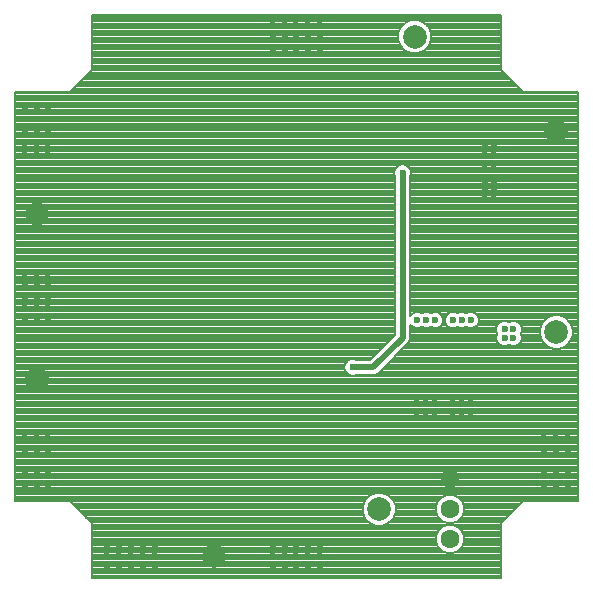
<source format=gbl>
G75*
G70*
%OFA0B0*%
%FSLAX24Y24*%
%IPPOS*%
%LPD*%
%AMOC8*
5,1,8,0,0,1.08239X$1,22.5*
%
%ADD10C,0.0787*%
%ADD11C,0.0630*%
%ADD12C,0.0236*%
%ADD13C,0.0079*%
%ADD14C,0.0197*%
D10*
X007087Y001181D03*
X012598Y002756D03*
X018504Y008661D03*
X018504Y015354D03*
X013780Y018504D03*
X001181Y012598D03*
X001181Y007087D03*
D11*
X014961Y003756D03*
X014961Y002756D03*
X014961Y001756D03*
D12*
X018110Y003543D03*
X018504Y003543D03*
X018504Y003937D03*
X018110Y003937D03*
X018110Y004331D03*
X018110Y004724D03*
X018504Y004724D03*
X018504Y004331D03*
X018898Y004331D03*
X018898Y004724D03*
X018898Y005118D03*
X018504Y005118D03*
X018110Y005118D03*
X018898Y003937D03*
X018898Y003543D03*
X015650Y006004D03*
X015650Y006299D03*
X015354Y006299D03*
X015059Y006299D03*
X015059Y006004D03*
X015354Y006004D03*
X014469Y006004D03*
X014469Y006299D03*
X014173Y006299D03*
X013878Y006299D03*
X013878Y006004D03*
X014173Y006004D03*
X011713Y007480D03*
X013878Y009055D03*
X014173Y009055D03*
X014469Y009055D03*
X015059Y009055D03*
X015354Y009055D03*
X015650Y009055D03*
X016781Y008760D03*
X016781Y008465D03*
X017077Y008465D03*
X017077Y008760D03*
X016437Y013091D03*
X016437Y013386D03*
X016437Y013681D03*
X016142Y013681D03*
X016142Y013386D03*
X016142Y013091D03*
X016142Y014272D03*
X016142Y014567D03*
X016437Y014567D03*
X016437Y014272D03*
X016437Y014862D03*
X016142Y014862D03*
X013386Y013976D03*
X010630Y018110D03*
X010236Y018110D03*
X009843Y018110D03*
X009843Y018504D03*
X010236Y018504D03*
X010630Y018504D03*
X010630Y018898D03*
X010236Y018898D03*
X009843Y018898D03*
X009449Y018898D03*
X009055Y018898D03*
X009055Y018504D03*
X009055Y018110D03*
X009449Y018110D03*
X009449Y018504D03*
X001575Y016142D03*
X001181Y016142D03*
X000787Y016142D03*
X000787Y015748D03*
X001181Y015748D03*
X001575Y015748D03*
X001575Y015354D03*
X001575Y014961D03*
X001181Y014961D03*
X001181Y015354D03*
X000787Y015354D03*
X000787Y014961D03*
X000787Y014567D03*
X001181Y014567D03*
X001575Y014567D03*
X001575Y010630D03*
X001181Y010630D03*
X000787Y010630D03*
X000787Y010236D03*
X000787Y009843D03*
X001181Y009843D03*
X001181Y010236D03*
X001575Y010236D03*
X001575Y009843D03*
X001575Y009449D03*
X001181Y009449D03*
X000787Y009449D03*
X000787Y009055D03*
X001181Y009055D03*
X001575Y009055D03*
X001575Y005118D03*
X001181Y005118D03*
X000787Y005118D03*
X000787Y004724D03*
X000787Y004331D03*
X001181Y004331D03*
X001181Y004724D03*
X001575Y004724D03*
X001575Y004331D03*
X001575Y003937D03*
X001575Y003543D03*
X001181Y003543D03*
X000787Y003543D03*
X000787Y003937D03*
X001181Y003937D03*
X003543Y001575D03*
X003543Y001181D03*
X003543Y000787D03*
X003937Y000787D03*
X004331Y000787D03*
X004724Y000787D03*
X005118Y000787D03*
X005118Y001181D03*
X004724Y001181D03*
X004724Y001575D03*
X005118Y001575D03*
X004331Y001575D03*
X004331Y001181D03*
X003937Y001181D03*
X003937Y001575D03*
X009055Y001575D03*
X009449Y001575D03*
X009449Y001181D03*
X009055Y001181D03*
X009055Y000787D03*
X009449Y000787D03*
X009843Y000787D03*
X010236Y000787D03*
X010630Y000787D03*
X010630Y001181D03*
X010236Y001181D03*
X009843Y001181D03*
X009843Y001575D03*
X010236Y001575D03*
X010630Y001575D03*
D13*
X012055Y002628D02*
X002690Y002628D01*
X002613Y002705D02*
X012047Y002705D01*
X012047Y002646D02*
X012047Y002866D01*
X012131Y003068D01*
X012286Y003223D01*
X012489Y003307D01*
X012708Y003307D01*
X012911Y003223D01*
X013066Y003068D01*
X013150Y002866D01*
X013150Y002646D01*
X013066Y002444D01*
X012911Y002289D01*
X012708Y002205D01*
X012489Y002205D01*
X012286Y002289D01*
X012131Y002444D01*
X012047Y002646D01*
X012087Y002550D02*
X002767Y002550D01*
X002845Y002473D02*
X012119Y002473D01*
X012179Y002396D02*
X002922Y002396D01*
X002999Y002319D02*
X012256Y002319D01*
X012401Y002241D02*
X003031Y002241D01*
X003031Y002286D02*
X002402Y002916D01*
X002286Y003031D01*
X000472Y003031D01*
X000472Y016654D01*
X002286Y016654D01*
X002402Y016769D01*
X003031Y017399D01*
X003031Y017562D01*
X003031Y019213D01*
X016654Y019213D01*
X016654Y017562D01*
X016654Y017399D01*
X017283Y016769D01*
X017399Y016654D01*
X019213Y016654D01*
X019213Y003031D01*
X017399Y003031D01*
X017283Y002916D01*
X016654Y002286D01*
X016654Y002123D01*
X016654Y000472D01*
X003031Y000472D01*
X003031Y002123D01*
X003031Y002286D01*
X003031Y002164D02*
X014711Y002164D01*
X014693Y002156D02*
X014560Y002024D01*
X014488Y001850D01*
X014488Y001662D01*
X014560Y001488D01*
X014693Y001355D01*
X014867Y001283D01*
X015055Y001283D01*
X015228Y001355D01*
X015361Y001488D01*
X015433Y001662D01*
X015433Y001850D01*
X015361Y002024D01*
X015228Y002156D01*
X015055Y002228D01*
X014867Y002228D01*
X014693Y002156D01*
X014623Y002087D02*
X003031Y002087D01*
X003031Y002009D02*
X014554Y002009D01*
X014522Y001932D02*
X003031Y001932D01*
X003031Y001855D02*
X014490Y001855D01*
X014488Y001778D02*
X003031Y001778D01*
X003031Y001700D02*
X014488Y001700D01*
X014504Y001623D02*
X003031Y001623D01*
X003031Y001546D02*
X014536Y001546D01*
X014580Y001468D02*
X003031Y001468D01*
X003031Y001391D02*
X014657Y001391D01*
X014793Y001314D02*
X003031Y001314D01*
X003031Y001237D02*
X016654Y001237D01*
X016654Y001314D02*
X015128Y001314D01*
X015264Y001391D02*
X016654Y001391D01*
X016654Y001468D02*
X015341Y001468D01*
X015385Y001546D02*
X016654Y001546D01*
X016654Y001623D02*
X015417Y001623D01*
X015433Y001700D02*
X016654Y001700D01*
X016654Y001778D02*
X015433Y001778D01*
X015431Y001855D02*
X016654Y001855D01*
X016654Y001932D02*
X015399Y001932D01*
X015367Y002009D02*
X016654Y002009D01*
X016654Y002087D02*
X015298Y002087D01*
X015210Y002164D02*
X016654Y002164D01*
X016654Y002241D02*
X012796Y002241D01*
X012941Y002319D02*
X014782Y002319D01*
X014867Y002283D02*
X015055Y002283D01*
X015228Y002355D01*
X015361Y002488D01*
X015433Y002662D01*
X015433Y002850D01*
X015361Y003024D01*
X015228Y003156D01*
X015055Y003228D01*
X014867Y003228D01*
X014693Y003156D01*
X014560Y003024D01*
X014488Y002850D01*
X014488Y002662D01*
X014560Y002488D01*
X014693Y002355D01*
X014867Y002283D01*
X014653Y002396D02*
X013018Y002396D01*
X013078Y002473D02*
X014575Y002473D01*
X014534Y002550D02*
X013110Y002550D01*
X013142Y002628D02*
X014502Y002628D01*
X014488Y002705D02*
X013150Y002705D01*
X013150Y002782D02*
X014488Y002782D01*
X014492Y002859D02*
X013150Y002859D01*
X013120Y002937D02*
X014524Y002937D01*
X014556Y003014D02*
X013088Y003014D01*
X013042Y003091D02*
X014628Y003091D01*
X014723Y003169D02*
X012965Y003169D01*
X012856Y003246D02*
X019213Y003246D01*
X019213Y003323D02*
X000472Y003323D01*
X000472Y003246D02*
X012341Y003246D01*
X012232Y003169D02*
X000472Y003169D01*
X000472Y003091D02*
X012154Y003091D01*
X012109Y003014D02*
X002304Y003014D01*
X002381Y002937D02*
X012077Y002937D01*
X012047Y002859D02*
X002458Y002859D01*
X002536Y002782D02*
X012047Y002782D01*
X015139Y002319D02*
X016686Y002319D01*
X016763Y002396D02*
X015269Y002396D01*
X015346Y002473D02*
X016840Y002473D01*
X016918Y002550D02*
X015387Y002550D01*
X015419Y002628D02*
X016995Y002628D01*
X017072Y002705D02*
X015433Y002705D01*
X015433Y002782D02*
X017149Y002782D01*
X017227Y002859D02*
X015429Y002859D01*
X015397Y002937D02*
X017304Y002937D01*
X017381Y003014D02*
X015365Y003014D01*
X015293Y003091D02*
X019213Y003091D01*
X019213Y003169D02*
X015199Y003169D01*
X016654Y001159D02*
X003031Y001159D01*
X003031Y001082D02*
X016654Y001082D01*
X016654Y001005D02*
X003031Y001005D01*
X003031Y000927D02*
X016654Y000927D01*
X016654Y000850D02*
X003031Y000850D01*
X003031Y000773D02*
X016654Y000773D01*
X016654Y000696D02*
X003031Y000696D01*
X003031Y000618D02*
X016654Y000618D01*
X016654Y000541D02*
X003031Y000541D01*
X000472Y003400D02*
X019213Y003400D01*
X019213Y003478D02*
X000472Y003478D01*
X000472Y003555D02*
X019213Y003555D01*
X019213Y003632D02*
X000472Y003632D01*
X000472Y003710D02*
X019213Y003710D01*
X019213Y003787D02*
X000472Y003787D01*
X000472Y003864D02*
X019213Y003864D01*
X019213Y003941D02*
X000472Y003941D01*
X000472Y004019D02*
X019213Y004019D01*
X019213Y004096D02*
X000472Y004096D01*
X000472Y004173D02*
X019213Y004173D01*
X019213Y004251D02*
X000472Y004251D01*
X000472Y004328D02*
X019213Y004328D01*
X019213Y004405D02*
X000472Y004405D01*
X000472Y004482D02*
X019213Y004482D01*
X019213Y004560D02*
X000472Y004560D01*
X000472Y004637D02*
X019213Y004637D01*
X019213Y004714D02*
X000472Y004714D01*
X000472Y004792D02*
X019213Y004792D01*
X019213Y004869D02*
X000472Y004869D01*
X000472Y004946D02*
X019213Y004946D01*
X019213Y005023D02*
X000472Y005023D01*
X000472Y005101D02*
X019213Y005101D01*
X019213Y005178D02*
X000472Y005178D01*
X000472Y005255D02*
X019213Y005255D01*
X019213Y005333D02*
X000472Y005333D01*
X000472Y005410D02*
X019213Y005410D01*
X019213Y005487D02*
X000472Y005487D01*
X000472Y005564D02*
X019213Y005564D01*
X019213Y005642D02*
X000472Y005642D01*
X000472Y005719D02*
X019213Y005719D01*
X019213Y005796D02*
X000472Y005796D01*
X000472Y005874D02*
X019213Y005874D01*
X019213Y005951D02*
X000472Y005951D01*
X000472Y006028D02*
X019213Y006028D01*
X019213Y006105D02*
X000472Y006105D01*
X000472Y006183D02*
X019213Y006183D01*
X019213Y006260D02*
X000472Y006260D01*
X000472Y006337D02*
X019213Y006337D01*
X019213Y006415D02*
X000472Y006415D01*
X000472Y006492D02*
X019213Y006492D01*
X019213Y006569D02*
X000472Y006569D01*
X000472Y006646D02*
X019213Y006646D01*
X019213Y006724D02*
X000472Y006724D01*
X000472Y006801D02*
X019213Y006801D01*
X019213Y006878D02*
X000472Y006878D01*
X000472Y006956D02*
X019213Y006956D01*
X019213Y007033D02*
X000472Y007033D01*
X000472Y007110D02*
X019213Y007110D01*
X019213Y007187D02*
X000472Y007187D01*
X000472Y007265D02*
X011539Y007265D01*
X011556Y007247D02*
X011658Y007205D01*
X011767Y007205D01*
X011815Y007224D01*
X012351Y007224D01*
X012452Y007224D01*
X012546Y007263D01*
X013531Y008248D01*
X013603Y008320D01*
X013642Y008414D01*
X013642Y008905D01*
X013644Y008899D01*
X013722Y008821D01*
X013823Y008780D01*
X013933Y008780D01*
X014026Y008818D01*
X014118Y008780D01*
X014228Y008780D01*
X014321Y008818D01*
X014414Y008780D01*
X014523Y008780D01*
X014625Y008821D01*
X014702Y008899D01*
X014744Y009000D01*
X014744Y009110D01*
X014702Y009211D01*
X014625Y009289D01*
X014523Y009331D01*
X014414Y009331D01*
X014321Y009292D01*
X014228Y009331D01*
X014118Y009331D01*
X014026Y009292D01*
X013933Y009331D01*
X013823Y009331D01*
X013722Y009289D01*
X013644Y009211D01*
X013642Y009205D01*
X013642Y013874D01*
X013661Y013922D01*
X013661Y014031D01*
X013619Y014132D01*
X013542Y014210D01*
X013441Y014252D01*
X013331Y014252D01*
X013230Y014210D01*
X013152Y014132D01*
X013110Y014031D01*
X013110Y013922D01*
X013130Y013874D01*
X013130Y008571D01*
X012296Y007736D01*
X011815Y007736D01*
X011767Y007756D01*
X011658Y007756D01*
X011556Y007714D01*
X011479Y007636D01*
X011437Y007535D01*
X011437Y007425D01*
X011479Y007324D01*
X011556Y007247D01*
X011472Y007342D02*
X000472Y007342D01*
X000472Y007419D02*
X011440Y007419D01*
X011437Y007496D02*
X000472Y007496D01*
X000472Y007574D02*
X011453Y007574D01*
X011494Y007651D02*
X000472Y007651D01*
X000472Y007728D02*
X011591Y007728D01*
X012365Y007806D02*
X000472Y007806D01*
X000472Y007883D02*
X012442Y007883D01*
X012520Y007960D02*
X000472Y007960D01*
X000472Y008037D02*
X012597Y008037D01*
X012674Y008115D02*
X000472Y008115D01*
X000472Y008192D02*
X012751Y008192D01*
X012829Y008269D02*
X000472Y008269D01*
X000472Y008347D02*
X012906Y008347D01*
X012983Y008424D02*
X000472Y008424D01*
X000472Y008501D02*
X013061Y008501D01*
X013130Y008578D02*
X000472Y008578D01*
X000472Y008656D02*
X013130Y008656D01*
X013130Y008733D02*
X000472Y008733D01*
X000472Y008810D02*
X013130Y008810D01*
X013130Y008888D02*
X000472Y008888D01*
X000472Y008965D02*
X013130Y008965D01*
X013130Y009042D02*
X000472Y009042D01*
X000472Y009119D02*
X013130Y009119D01*
X013130Y009197D02*
X000472Y009197D01*
X000472Y009274D02*
X013130Y009274D01*
X013130Y009351D02*
X000472Y009351D01*
X000472Y009429D02*
X013130Y009429D01*
X013130Y009506D02*
X000472Y009506D01*
X000472Y009583D02*
X013130Y009583D01*
X013130Y009660D02*
X000472Y009660D01*
X000472Y009738D02*
X013130Y009738D01*
X013130Y009815D02*
X000472Y009815D01*
X000472Y009892D02*
X013130Y009892D01*
X013130Y009970D02*
X000472Y009970D01*
X000472Y010047D02*
X013130Y010047D01*
X013130Y010124D02*
X000472Y010124D01*
X000472Y010201D02*
X013130Y010201D01*
X013130Y010279D02*
X000472Y010279D01*
X000472Y010356D02*
X013130Y010356D01*
X013130Y010433D02*
X000472Y010433D01*
X000472Y010511D02*
X013130Y010511D01*
X013130Y010588D02*
X000472Y010588D01*
X000472Y010665D02*
X013130Y010665D01*
X013130Y010742D02*
X000472Y010742D01*
X000472Y010820D02*
X013130Y010820D01*
X013130Y010897D02*
X000472Y010897D01*
X000472Y010974D02*
X013130Y010974D01*
X013130Y011052D02*
X000472Y011052D01*
X000472Y011129D02*
X013130Y011129D01*
X013130Y011206D02*
X000472Y011206D01*
X000472Y011283D02*
X013130Y011283D01*
X013130Y011361D02*
X000472Y011361D01*
X000472Y011438D02*
X013130Y011438D01*
X013130Y011515D02*
X000472Y011515D01*
X000472Y011593D02*
X013130Y011593D01*
X013130Y011670D02*
X000472Y011670D01*
X000472Y011747D02*
X013130Y011747D01*
X013130Y011824D02*
X000472Y011824D01*
X000472Y011902D02*
X013130Y011902D01*
X013130Y011979D02*
X000472Y011979D01*
X000472Y012056D02*
X013130Y012056D01*
X013130Y012134D02*
X000472Y012134D01*
X000472Y012211D02*
X013130Y012211D01*
X013130Y012288D02*
X000472Y012288D01*
X000472Y012365D02*
X013130Y012365D01*
X013130Y012443D02*
X000472Y012443D01*
X000472Y012520D02*
X013130Y012520D01*
X013130Y012597D02*
X000472Y012597D01*
X000472Y012674D02*
X013130Y012674D01*
X013130Y012752D02*
X000472Y012752D01*
X000472Y012829D02*
X013130Y012829D01*
X013130Y012906D02*
X000472Y012906D01*
X000472Y012984D02*
X013130Y012984D01*
X013130Y013061D02*
X000472Y013061D01*
X000472Y013138D02*
X013130Y013138D01*
X013130Y013215D02*
X000472Y013215D01*
X000472Y013293D02*
X013130Y013293D01*
X013130Y013370D02*
X000472Y013370D01*
X000472Y013447D02*
X013130Y013447D01*
X013130Y013525D02*
X000472Y013525D01*
X000472Y013602D02*
X013130Y013602D01*
X013130Y013679D02*
X000472Y013679D01*
X000472Y013756D02*
X013130Y013756D01*
X013130Y013834D02*
X000472Y013834D01*
X000472Y013911D02*
X013115Y013911D01*
X013110Y013988D02*
X000472Y013988D01*
X000472Y014066D02*
X013125Y014066D01*
X013163Y014143D02*
X000472Y014143D01*
X000472Y014220D02*
X013254Y014220D01*
X013517Y014220D02*
X019213Y014220D01*
X019213Y014143D02*
X013609Y014143D01*
X013647Y014066D02*
X019213Y014066D01*
X019213Y013988D02*
X013661Y013988D01*
X013657Y013911D02*
X019213Y013911D01*
X019213Y013834D02*
X013642Y013834D01*
X013642Y013756D02*
X019213Y013756D01*
X019213Y013679D02*
X013642Y013679D01*
X013642Y013602D02*
X019213Y013602D01*
X019213Y013525D02*
X013642Y013525D01*
X013642Y013447D02*
X019213Y013447D01*
X019213Y013370D02*
X013642Y013370D01*
X013642Y013293D02*
X019213Y013293D01*
X019213Y013215D02*
X013642Y013215D01*
X013642Y013138D02*
X019213Y013138D01*
X019213Y013061D02*
X013642Y013061D01*
X013642Y012984D02*
X019213Y012984D01*
X019213Y012906D02*
X013642Y012906D01*
X013642Y012829D02*
X019213Y012829D01*
X019213Y012752D02*
X013642Y012752D01*
X013642Y012674D02*
X019213Y012674D01*
X019213Y012597D02*
X013642Y012597D01*
X013642Y012520D02*
X019213Y012520D01*
X019213Y012443D02*
X013642Y012443D01*
X013642Y012365D02*
X019213Y012365D01*
X019213Y012288D02*
X013642Y012288D01*
X013642Y012211D02*
X019213Y012211D01*
X019213Y012134D02*
X013642Y012134D01*
X013642Y012056D02*
X019213Y012056D01*
X019213Y011979D02*
X013642Y011979D01*
X013642Y011902D02*
X019213Y011902D01*
X019213Y011824D02*
X013642Y011824D01*
X013642Y011747D02*
X019213Y011747D01*
X019213Y011670D02*
X013642Y011670D01*
X013642Y011593D02*
X019213Y011593D01*
X019213Y011515D02*
X013642Y011515D01*
X013642Y011438D02*
X019213Y011438D01*
X019213Y011361D02*
X013642Y011361D01*
X013642Y011283D02*
X019213Y011283D01*
X019213Y011206D02*
X013642Y011206D01*
X013642Y011129D02*
X019213Y011129D01*
X019213Y011052D02*
X013642Y011052D01*
X013642Y010974D02*
X019213Y010974D01*
X019213Y010897D02*
X013642Y010897D01*
X013642Y010820D02*
X019213Y010820D01*
X019213Y010742D02*
X013642Y010742D01*
X013642Y010665D02*
X019213Y010665D01*
X019213Y010588D02*
X013642Y010588D01*
X013642Y010511D02*
X019213Y010511D01*
X019213Y010433D02*
X013642Y010433D01*
X013642Y010356D02*
X019213Y010356D01*
X019213Y010279D02*
X013642Y010279D01*
X013642Y010201D02*
X019213Y010201D01*
X019213Y010124D02*
X013642Y010124D01*
X013642Y010047D02*
X019213Y010047D01*
X019213Y009970D02*
X013642Y009970D01*
X013642Y009892D02*
X019213Y009892D01*
X019213Y009815D02*
X013642Y009815D01*
X013642Y009738D02*
X019213Y009738D01*
X019213Y009660D02*
X013642Y009660D01*
X013642Y009583D02*
X019213Y009583D01*
X019213Y009506D02*
X013642Y009506D01*
X013642Y009429D02*
X019213Y009429D01*
X019213Y009351D02*
X013642Y009351D01*
X013642Y009274D02*
X013707Y009274D01*
X013656Y008888D02*
X013642Y008888D01*
X013642Y008810D02*
X013749Y008810D01*
X013642Y008733D02*
X016506Y008733D01*
X016506Y008705D02*
X016544Y008612D01*
X016506Y008519D01*
X016506Y008410D01*
X016548Y008308D01*
X016625Y008231D01*
X016727Y008189D01*
X016836Y008189D01*
X016929Y008227D01*
X017022Y008189D01*
X017132Y008189D01*
X017233Y008231D01*
X017310Y008308D01*
X017352Y008410D01*
X017352Y008519D01*
X017314Y008612D01*
X017352Y008705D01*
X017352Y008815D01*
X017310Y008916D01*
X017233Y008993D01*
X017132Y009035D01*
X017022Y009035D01*
X016929Y008997D01*
X016836Y009035D01*
X016727Y009035D01*
X016625Y008993D01*
X016548Y008916D01*
X016506Y008815D01*
X016506Y008705D01*
X016526Y008656D02*
X013642Y008656D01*
X013642Y008578D02*
X016530Y008578D01*
X016506Y008501D02*
X013642Y008501D01*
X013642Y008424D02*
X016506Y008424D01*
X016532Y008347D02*
X013614Y008347D01*
X013552Y008269D02*
X016587Y008269D01*
X016719Y008192D02*
X013475Y008192D01*
X013398Y008115D02*
X018383Y008115D01*
X018394Y008110D02*
X018614Y008110D01*
X018816Y008194D01*
X018971Y008349D01*
X019055Y008552D01*
X019055Y008771D01*
X018971Y008974D01*
X018816Y009129D01*
X018614Y009213D01*
X018394Y009213D01*
X018192Y009129D01*
X018037Y008974D01*
X017953Y008771D01*
X017953Y008552D01*
X018037Y008349D01*
X018192Y008194D01*
X018394Y008110D01*
X018197Y008192D02*
X017139Y008192D01*
X017014Y008192D02*
X016844Y008192D01*
X017271Y008269D02*
X018116Y008269D01*
X018039Y008347D02*
X017326Y008347D01*
X017352Y008424D02*
X018006Y008424D01*
X017974Y008501D02*
X017352Y008501D01*
X017328Y008578D02*
X017953Y008578D01*
X017953Y008656D02*
X017332Y008656D01*
X017352Y008733D02*
X017953Y008733D01*
X017969Y008810D02*
X017352Y008810D01*
X017322Y008888D02*
X018001Y008888D01*
X018033Y008965D02*
X017261Y008965D01*
X016597Y008965D02*
X015910Y008965D01*
X015925Y009000D02*
X015925Y009110D01*
X015883Y009211D01*
X015806Y009289D01*
X015704Y009331D01*
X015595Y009331D01*
X015502Y009292D01*
X015409Y009331D01*
X015299Y009331D01*
X015207Y009292D01*
X015114Y009331D01*
X015004Y009331D01*
X014903Y009289D01*
X014825Y009211D01*
X014783Y009110D01*
X014783Y009000D01*
X014825Y008899D01*
X014903Y008821D01*
X015004Y008780D01*
X015114Y008780D01*
X015207Y008818D01*
X015299Y008780D01*
X015409Y008780D01*
X015502Y008818D01*
X015595Y008780D01*
X015704Y008780D01*
X015806Y008821D01*
X015883Y008899D01*
X015925Y009000D01*
X015925Y009042D02*
X018105Y009042D01*
X018182Y009119D02*
X015921Y009119D01*
X015889Y009197D02*
X018356Y009197D01*
X018652Y009197D02*
X019213Y009197D01*
X019213Y009274D02*
X015820Y009274D01*
X015872Y008888D02*
X016536Y008888D01*
X016506Y008810D02*
X015779Y008810D01*
X015520Y008810D02*
X015483Y008810D01*
X015225Y008810D02*
X015188Y008810D01*
X014930Y008810D02*
X014598Y008810D01*
X014691Y008888D02*
X014837Y008888D01*
X014798Y008965D02*
X014729Y008965D01*
X014744Y009042D02*
X014783Y009042D01*
X014787Y009119D02*
X014740Y009119D01*
X014708Y009197D02*
X014819Y009197D01*
X014888Y009274D02*
X014639Y009274D01*
X014339Y008810D02*
X014302Y008810D01*
X014044Y008810D02*
X014007Y008810D01*
X013321Y008037D02*
X019213Y008037D01*
X019213Y007960D02*
X013243Y007960D01*
X013166Y007883D02*
X019213Y007883D01*
X019213Y007806D02*
X013089Y007806D01*
X013011Y007728D02*
X019213Y007728D01*
X019213Y007651D02*
X012934Y007651D01*
X012857Y007574D02*
X019213Y007574D01*
X019213Y007496D02*
X012780Y007496D01*
X012702Y007419D02*
X019213Y007419D01*
X019213Y007342D02*
X012625Y007342D01*
X012548Y007265D02*
X019213Y007265D01*
X019213Y008115D02*
X018624Y008115D01*
X018811Y008192D02*
X019213Y008192D01*
X019213Y008269D02*
X018891Y008269D01*
X018969Y008347D02*
X019213Y008347D01*
X019213Y008424D02*
X019002Y008424D01*
X019034Y008501D02*
X019213Y008501D01*
X019213Y008578D02*
X019055Y008578D01*
X019055Y008656D02*
X019213Y008656D01*
X019213Y008733D02*
X019055Y008733D01*
X019039Y008810D02*
X019213Y008810D01*
X019213Y008888D02*
X019007Y008888D01*
X018975Y008965D02*
X019213Y008965D01*
X019213Y009042D02*
X018903Y009042D01*
X018825Y009119D02*
X019213Y009119D01*
X019213Y014297D02*
X000472Y014297D01*
X000472Y014375D02*
X019213Y014375D01*
X019213Y014452D02*
X000472Y014452D01*
X000472Y014529D02*
X019213Y014529D01*
X019213Y014607D02*
X000472Y014607D01*
X000472Y014684D02*
X019213Y014684D01*
X019213Y014761D02*
X000472Y014761D01*
X000472Y014838D02*
X019213Y014838D01*
X019213Y014916D02*
X000472Y014916D01*
X000472Y014993D02*
X019213Y014993D01*
X019213Y015070D02*
X000472Y015070D01*
X000472Y015148D02*
X019213Y015148D01*
X019213Y015225D02*
X000472Y015225D01*
X000472Y015302D02*
X019213Y015302D01*
X019213Y015379D02*
X000472Y015379D01*
X000472Y015457D02*
X019213Y015457D01*
X019213Y015534D02*
X000472Y015534D01*
X000472Y015611D02*
X019213Y015611D01*
X019213Y015689D02*
X000472Y015689D01*
X000472Y015766D02*
X019213Y015766D01*
X019213Y015843D02*
X000472Y015843D01*
X000472Y015920D02*
X019213Y015920D01*
X019213Y015998D02*
X000472Y015998D01*
X000472Y016075D02*
X019213Y016075D01*
X019213Y016152D02*
X000472Y016152D01*
X000472Y016230D02*
X019213Y016230D01*
X019213Y016307D02*
X000472Y016307D01*
X000472Y016384D02*
X019213Y016384D01*
X019213Y016461D02*
X000472Y016461D01*
X000472Y016539D02*
X019213Y016539D01*
X019213Y016616D02*
X000472Y016616D01*
X002326Y016693D02*
X017359Y016693D01*
X017282Y016771D02*
X002403Y016771D01*
X002481Y016848D02*
X017204Y016848D01*
X017127Y016925D02*
X002558Y016925D01*
X002635Y017002D02*
X017050Y017002D01*
X016973Y017080D02*
X002712Y017080D01*
X002790Y017157D02*
X016895Y017157D01*
X016818Y017234D02*
X002867Y017234D01*
X002944Y017311D02*
X016741Y017311D01*
X016664Y017389D02*
X003021Y017389D01*
X003031Y017466D02*
X016654Y017466D01*
X016654Y017543D02*
X003031Y017543D01*
X003031Y017621D02*
X016654Y017621D01*
X016654Y017698D02*
X003031Y017698D01*
X003031Y017775D02*
X016654Y017775D01*
X016654Y017852D02*
X003031Y017852D01*
X003031Y017930D02*
X016654Y017930D01*
X016654Y018007D02*
X014020Y018007D01*
X014092Y018037D02*
X013889Y017953D01*
X013670Y017953D01*
X013467Y018037D01*
X013312Y018192D01*
X013228Y018394D01*
X013228Y018614D01*
X013312Y018816D01*
X013467Y018971D01*
X013670Y019055D01*
X013889Y019055D01*
X014092Y018971D01*
X014247Y018816D01*
X014331Y018614D01*
X014331Y018394D01*
X014247Y018192D01*
X014092Y018037D01*
X014139Y018084D02*
X016654Y018084D01*
X016654Y018162D02*
X014217Y018162D01*
X014266Y018239D02*
X016654Y018239D01*
X016654Y018316D02*
X014298Y018316D01*
X014330Y018393D02*
X016654Y018393D01*
X016654Y018471D02*
X014331Y018471D01*
X014331Y018548D02*
X016654Y018548D01*
X016654Y018625D02*
X014326Y018625D01*
X014294Y018703D02*
X016654Y018703D01*
X016654Y018780D02*
X014262Y018780D01*
X014206Y018857D02*
X016654Y018857D01*
X016654Y018934D02*
X014128Y018934D01*
X013994Y019012D02*
X016654Y019012D01*
X016654Y019089D02*
X003031Y019089D01*
X003031Y019012D02*
X013565Y019012D01*
X013431Y018934D02*
X003031Y018934D01*
X003031Y018857D02*
X013353Y018857D01*
X013297Y018780D02*
X003031Y018780D01*
X003031Y018703D02*
X013265Y018703D01*
X013233Y018625D02*
X003031Y018625D01*
X003031Y018548D02*
X013228Y018548D01*
X013228Y018471D02*
X003031Y018471D01*
X003031Y018393D02*
X013229Y018393D01*
X013261Y018316D02*
X003031Y018316D01*
X003031Y018239D02*
X013293Y018239D01*
X013342Y018162D02*
X003031Y018162D01*
X003031Y018084D02*
X013420Y018084D01*
X013539Y018007D02*
X003031Y018007D01*
X003031Y019166D02*
X016654Y019166D01*
D14*
X013386Y013976D02*
X013386Y008465D01*
X012402Y007480D01*
X011713Y007480D01*
M02*

</source>
